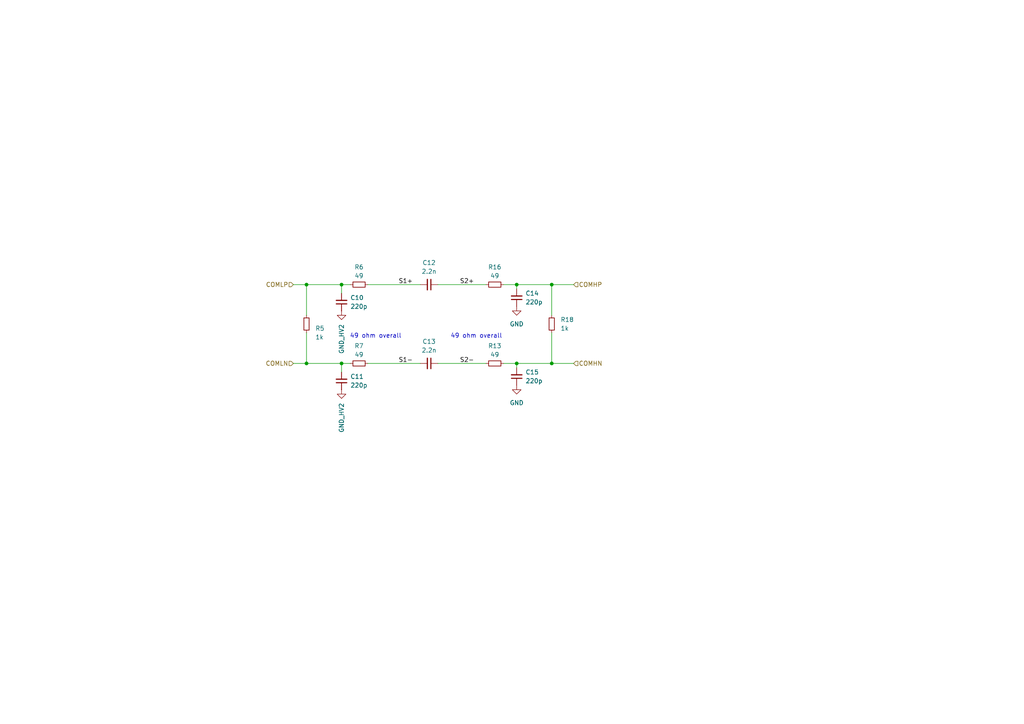
<source format=kicad_sch>
(kicad_sch (version 20231120) (generator "eeschema") (generator_version "8.0")
  (paper "A4")
  (lib_symbols
    (symbol "Device:C_Small" (pin_numbers hide) (pin_names (offset 0.254) hide)
      (property "Reference" "C" (at 0.254 1.778 0))
      (property "Value" "C_Small" (at 0.254 -2.032 0))
      (symbol "C_Small_0_1"
        (polyline (pts (xy -1.524 -0.508) (xy 1.524 -0.508)) (stroke (width 0.3302)))
        (polyline (pts (xy -1.524 0.508) (xy 1.524 0.508)) (stroke (width 0.3048)))
      )
      (symbol "C_Small_1_1"
        (pin passive line (at 0 2.54 270) (length 2.032) (name "~") (number "1"))
        (pin passive line (at 0 -2.54 90) (length 2.032) (name "~") (number "2"))
      )
    )
    (symbol "Device:R_Small" (pin_numbers hide) (pin_names (offset 0.254) hide)
      (property "Reference" "R" (at 0.762 0.508 0))
      (property "Value" "R_Small" (at 0.762 -1.016 0))
      (symbol "R_Small_0_1"
        (rectangle (start -0.762 1.778) (end 0.762 -1.778) (stroke (width 0.2032)))
      )
      (symbol "R_Small_1_1"
        (pin passive line (at 0 2.54 270) (length 0.762) (name "~") (number "1"))
        (pin passive line (at 0 -2.54 90) (length 0.762) (name "~") (number "2"))
      )
    )
    (symbol "power:GND" (power) (pin_numbers hide) (pin_names (offset 0) hide)
      (property "Value" "GND" (at 0 -3.81 0))
      (symbol "GND_0_1"
        (polyline (pts (xy 0 0) (xy 0 -1.27) (xy 1.27 -1.27) (xy 0 -2.54) (xy -1.27 -1.27) (xy 0 -1.27)))
      )
      (symbol "GND_1_1"
        (pin power_in line (at 0 0 270) (length 0) (name "~") (number "1"))
      )
    )
  )
  (junction (at 149.86 82.55))
  (junction (at 88.9 82.55))
  (junction (at 99.06 105.41))
  (junction (at 160.02 105.41))
  (junction (at 88.9 105.41))
  (junction (at 99.06 82.55))
  (junction (at 149.86 105.41))
  (junction (at 160.02 82.55))
  (wire (pts (xy 88.9 105.41) (xy 99.06 105.41)))
  (wire (pts (xy 106.68 105.41) (xy 121.92 105.41)))
  (wire (pts (xy 160.02 105.41) (xy 166.37 105.41)))
  (wire (pts (xy 160.02 82.55) (xy 166.37 82.55)))
  (wire (pts (xy 101.6 82.55) (xy 99.06 82.55)))
  (wire (pts (xy 88.9 82.55) (xy 88.9 91.44)))
  (wire (pts (xy 85.09 82.55) (xy 88.9 82.55)))
  (wire (pts (xy 149.86 106.68) (xy 149.86 105.41)))
  (wire (pts (xy 101.6 105.41) (xy 99.06 105.41)))
  (wire (pts (xy 160.02 82.55) (xy 149.86 82.55)))
  (wire (pts (xy 160.02 82.55) (xy 160.02 91.44)))
  (wire (pts (xy 160.02 96.52) (xy 160.02 105.41)))
  (wire (pts (xy 149.86 83.82) (xy 149.86 82.55)))
  (wire (pts (xy 146.05 82.55) (xy 149.86 82.55)))
  (wire (pts (xy 149.86 105.41) (xy 160.02 105.41)))
  (wire (pts (xy 106.68 82.55) (xy 121.92 82.55)))
  (wire (pts (xy 88.9 82.55) (xy 99.06 82.55)))
  (wire (pts (xy 127 105.41) (xy 140.97 105.41)))
  (wire (pts (xy 99.06 105.41) (xy 99.06 107.95)))
  (wire (pts (xy 127 82.55) (xy 140.97 82.55)))
  (wire (pts (xy 88.9 96.52) (xy 88.9 105.41)))
  (wire (pts (xy 99.06 82.55) (xy 99.06 85.09)))
  (wire (pts (xy 146.05 105.41) (xy 149.86 105.41)))
  (wire (pts (xy 85.09 105.41) (xy 88.9 105.41)))
  (text "49 ohm overall\n" (at 138.176 97.536 0) (effects (font (size 1.27 1.27))))
  (text "49 ohm overall\n" (at 108.966 97.536 0) (effects (font (size 1.27 1.27))))
  (label "S2-" (at 133.35 105.41 0))
  (label "S1+" (at 115.57 82.55 0))
  (label "S2+" (at 133.35 82.55 0))
  (label "S1-" (at 115.57 105.41 0))
  (hierarchical_label "COMHP" (shape input) (at 166.37 82.55 0))
  (hierarchical_label "COMHN" (shape input) (at 166.37 105.41 0))
  (hierarchical_label "COMLN" (shape input) (at 85.09 105.41 180))
  (hierarchical_label "COMLP" (shape input) (at 85.09 82.55 180))
  (symbol (lib_id "Device:C_Small") (at 149.86 86.36 180) (unit 1)
    (property "Reference" "C14" (at 152.4 85.0835 0) (effects (justify right)))
    (property "Value" "220p" (at 152.4 87.6235 0) (effects (justify right)))
    (property "Footprint" "Capacitor_SMD:C_0603_1608Metric_Pad1.08x0.95mm_HandSolder" (effects (hide yes)))
    (property "Datasheet" "https://www.mouser.pl/ProductDetail/KEMET/C0603C221J3HACTU?qs=W0yvOO0ixfHoNiGDBH9h%252BQ%3D%3D" (effects (hide yes)))
    (property "Description" "https://www.mouser.pl/ProductDetail/KEMET/C0603C221J3HACTU?qs=W0yvOO0ixfHoNiGDBH9h%252BQ%3D%3D" (effects (hide yes)))
  )
  (symbol (lib_id "Device:C_Small") (at 99.06 110.49 180) (unit 1)
    (property "Reference" "C11" (at 101.6 109.2135 0) (effects (justify right)))
    (property "Value" "220p" (at 101.6 111.7535 0) (effects (justify right)))
    (property "Footprint" "Capacitor_SMD:C_0603_1608Metric_Pad1.08x0.95mm_HandSolder" (effects (hide yes)))
    (property "Datasheet" "https://www.mouser.pl/ProductDetail/KEMET/C0603C221J3HACTU?qs=W0yvOO0ixfHoNiGDBH9h%252BQ%3D%3D" (effects (hide yes)))
    (property "Description" "Unpolarized capacitor, small symbol" (effects (hide yes)))
  )
  (symbol (lib_id "Device:R_Small") (at 143.51 82.55 90) (unit 1)
    (property "Reference" "R16" (at 143.51 77.47 90))
    (property "Value" "49" (at 143.51 80.01 90))
    (property "Footprint" "Resistor_SMD:R_0603_1608Metric_Pad0.98x0.95mm_HandSolder" (effects (hide yes)))
    (property "Datasheet" "https://www.mouser.pl/ProductDetail/KOA-Speer/RK73H1HRTTCM49R9F?qs=sGAEpiMZZMvdGkrng054txLI%2FDB4oIKDjd1z9Y%252BmyaXFChdzxTCbsQ%3D%3D" (effects (hide yes)))
    (property "Description" "Resistor, small symbol" (effects (hide yes)))
  )
  (symbol (lib_id "Device:R_Small") (at 143.51 105.41 90) (unit 1)
    (property "Reference" "R13" (at 143.51 100.33 90))
    (property "Value" "49" (at 143.51 102.87 90))
    (property "Footprint" "Resistor_SMD:R_0603_1608Metric_Pad0.98x0.95mm_HandSolder" (effects (hide yes)))
    (property "Datasheet" "https://www.mouser.pl/ProductDetail/KOA-Speer/RK73H1HRTTCM49R9F?qs=sGAEpiMZZMvdGkrng054txLI%2FDB4oIKDjd1z9Y%252BmyaXFChdzxTCbsQ%3D%3D" (effects (hide yes)))
    (property "Description" "Resistor, small symbol" (effects (hide yes)))
  )
  (symbol (lib_id "Device:C_Small") (at 124.46 82.55 270) (unit 1)
    (property "Reference" "C12" (at 124.4536 76.2 90))
    (property "Value" "2.2n" (at 124.4536 78.74 90))
    (property "Footprint" "Capacitor_SMD:C_0603_1608Metric_Pad1.08x0.95mm_HandSolder" (effects (hide yes)))
    (property "Datasheet" "https://www.mouser.pl/ProductDetail/TDK/CGA3E2C0G1H222J080AE?qs=P1JMDcb91o5KNu2GzASXrQ%3D%3D" (effects (hide yes)))
    (property "Description" "Unpolarized capacitor, small symbol" (effects (hide yes)))
  )
  (symbol (lib_id "power:GND") (at 149.86 88.9 0) (unit 1)
    (property "Reference" "#PWR025" (effects (hide yes)))
    (property "Value" "GND" (at 149.86 93.98 0))
    (property "Description" "Power symbol creates a global label with name \"GND\" , ground" (effects (hide yes)))
  )
  (symbol (lib_id "Device:R_Small") (at 104.14 82.55 90) (unit 1)
    (property "Reference" "R6" (at 104.14 77.47 90))
    (property "Value" "49" (at 104.14 80.01 90))
    (property "Footprint" "Resistor_SMD:R_0603_1608Metric_Pad0.98x0.95mm_HandSolder" (effects (hide yes)))
    (property "Datasheet" "https://www.mouser.pl/ProductDetail/KOA-Speer/RK73H1HRTTCM49R9F?qs=sGAEpiMZZMvdGkrng054txLI%2FDB4oIKDjd1z9Y%252BmyaXFChdzxTCbsQ%3D%3D" (effects (hide yes)))
    (property "Description" "Resistor, small symbol" (effects (hide yes)))
  )
  (symbol (lib_id "Device:R_Small") (at 88.9 93.98 0) (unit 1)
    (property "Reference" "R5" (at 91.44 95.2499 0) (effects (justify left)))
    (property "Value" "1k" (at 91.44 97.7899 0) (effects (justify left)))
    (property "Footprint" "Resistor_SMD:R_0603_1608Metric_Pad0.98x0.95mm_HandSolder" (effects (hide yes)))
    (property "Datasheet" "https://www.mouser.pl/ProductDetail/Vishay-Dale/CRCW06031K00FKED?qs=sGAEpiMZZMvdGkrng054twKDKoBh%252BscnXZq73fPCFFuOJhiFMQpfiQ%3D%3D" (effects (hide yes)))
    (property "Description" "Resistor, small symbol" (effects (hide yes)))
  )
  (symbol (lib_id "power:GND") (at 99.06 90.17 0) (unit 1)
    (property "Reference" "#PWR023" (effects (hide yes)))
    (property "Value" "GND_HV2" (at 99.06 93.98 90) (effects (justify right)))
    (property "Description" "Power symbol creates a global label with name \"GND\" , ground" (effects (hide yes)))
  )
  (symbol (lib_id "Device:C_Small") (at 149.86 109.22 180) (unit 1)
    (property "Reference" "C15" (at 152.4 107.9435 0) (effects (justify right)))
    (property "Value" "220p" (at 152.4 110.4835 0) (effects (justify right)))
    (property "Footprint" "Capacitor_SMD:C_0603_1608Metric_Pad1.08x0.95mm_HandSolder" (effects (hide yes)))
    (property "Datasheet" "https://www.mouser.pl/ProductDetail/KEMET/C0603C221J3HACTU?qs=W0yvOO0ixfHoNiGDBH9h%252BQ%3D%3D" (effects (hide yes)))
    (property "Description" "Unpolarized capacitor, small symbol" (effects (hide yes)))
  )
  (symbol (lib_id "Device:C_Small") (at 99.06 87.63 180) (unit 1)
    (property "Reference" "C10" (at 101.6 86.3535 0) (effects (justify right)))
    (property "Value" "220p" (at 101.6 88.8935 0) (effects (justify right)))
    (property "Footprint" "Capacitor_SMD:C_0603_1608Metric_Pad1.08x0.95mm_HandSolder" (effects (hide yes)))
    (property "Datasheet" "https://www.mouser.pl/ProductDetail/KEMET/C0603C221J3HACTU?qs=W0yvOO0ixfHoNiGDBH9h%252BQ%3D%3D" (effects (hide yes)))
    (property "Description" "Unpolarized capacitor, small symbol" (effects (hide yes)))
  )
  (symbol (lib_id "Device:R_Small") (at 104.14 105.41 90) (unit 1)
    (property "Reference" "R7" (at 104.14 100.33 90))
    (property "Value" "49" (at 104.14 102.87 90))
    (property "Footprint" "Resistor_SMD:R_0603_1608Metric_Pad0.98x0.95mm_HandSolder" (effects (hide yes)))
    (property "Datasheet" "https://www.mouser.pl/ProductDetail/KOA-Speer/RK73H1HRTTCM49R9F?qs=sGAEpiMZZMvdGkrng054txLI%2FDB4oIKDjd1z9Y%252BmyaXFChdzxTCbsQ%3D%3D" (effects (hide yes)))
    (property "Description" "Resistor, small symbol" (effects (hide yes)))
  )
  (symbol (lib_id "power:GND") (at 99.06 113.03 0) (unit 1)
    (property "Reference" "#PWR024" (effects (hide yes)))
    (property "Value" "GND_HV2" (at 99.06 116.84 90) (effects (justify right)))
    (property "Description" "Power symbol creates a global label with name \"GND\" , ground" (effects (hide yes)))
  )
  (symbol (lib_id "power:GND") (at 149.86 111.76 0) (unit 1)
    (property "Reference" "#PWR026" (effects (hide yes)))
    (property "Value" "GND" (at 149.86 116.84 0))
    (property "Description" "Power symbol creates a global label with name \"GND\" , ground" (effects (hide yes)))
  )
  (symbol (lib_id "Device:R_Small") (at 160.02 93.98 0) (unit 1)
    (property "Reference" "R18" (at 162.56 92.7099 0) (effects (justify left)))
    (property "Value" "1k" (at 162.56 95.2499 0) (effects (justify left)))
    (property "Footprint" "Resistor_SMD:R_0603_1608Metric_Pad0.98x0.95mm_HandSolder" (effects (hide yes)))
    (property "Datasheet" "https://www.mouser.pl/ProductDetail/Vishay-Dale/CRCW06031K00FKED?qs=sGAEpiMZZMvdGkrng054twKDKoBh%252BscnXZq73fPCFFuOJhiFMQpfiQ%3D%3D" (effects (hide yes)))
    (property "Description" "Resistor, small symbol" (effects (hide yes)))
  )
  (symbol (lib_id "Device:C_Small") (at 124.46 105.41 270) (unit 1)
    (property "Reference" "C13" (at 124.4536 99.06 90))
    (property "Value" "2.2n" (at 124.4536 101.6 90))
    (property "Footprint" "Capacitor_SMD:C_0603_1608Metric_Pad1.08x0.95mm_HandSolder" (effects (hide yes)))
    (property "Datasheet" "https://www.mouser.pl/ProductDetail/TDK/CGA3E2C0G1H222J080AE?qs=P1JMDcb91o5KNu2GzASXrQ%3D%3D" (effects (hide yes)))
    (property "Description" "Unpolarized capacitor, small symbol" (effects (hide yes)))
  )
)
</source>
